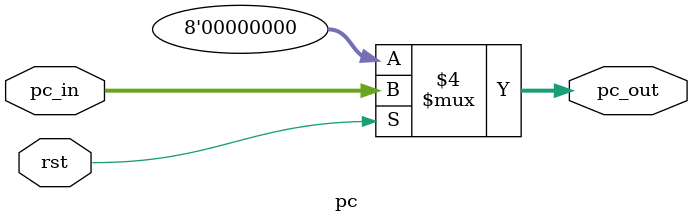
<source format=v>
module pc (
input wire rst ,
input wire [7:0] pc_in ,
output reg [7:0] pc_out
);

always @(*)
	begin
		if(~rst)
			begin
				pc_out = 'd0 ;
			end
		else
			begin
				pc_out = pc_in ;
			end
	end
	
endmodule

</source>
